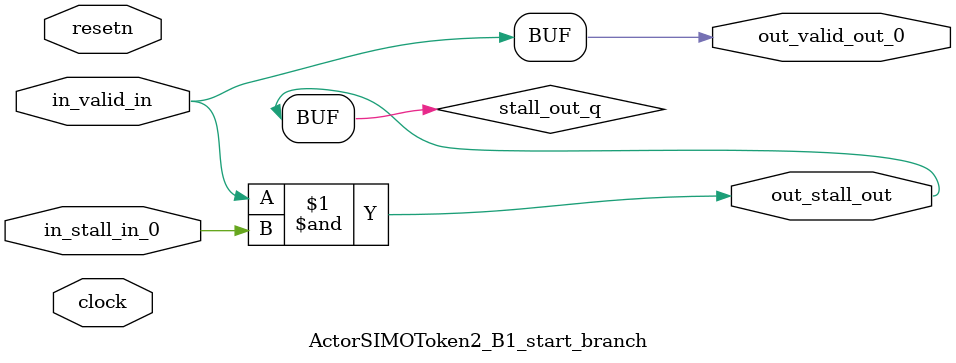
<source format=sv>



(* altera_attribute = "-name AUTO_SHIFT_REGISTER_RECOGNITION OFF; -name MESSAGE_DISABLE 10036; -name MESSAGE_DISABLE 10037; -name MESSAGE_DISABLE 14130; -name MESSAGE_DISABLE 14320; -name MESSAGE_DISABLE 15400; -name MESSAGE_DISABLE 14130; -name MESSAGE_DISABLE 10036; -name MESSAGE_DISABLE 12020; -name MESSAGE_DISABLE 12030; -name MESSAGE_DISABLE 12010; -name MESSAGE_DISABLE 12110; -name MESSAGE_DISABLE 14320; -name MESSAGE_DISABLE 13410; -name MESSAGE_DISABLE 113007; -name MESSAGE_DISABLE 10958" *)
module ActorSIMOToken2_B1_start_branch (
    input wire [0:0] in_stall_in_0,
    input wire [0:0] in_valid_in,
    output wire [0:0] out_stall_out,
    output wire [0:0] out_valid_out_0,
    input wire clock,
    input wire resetn
    );

    wire [0:0] stall_out_q;


    // stall_out(LOGICAL,6)
    assign stall_out_q = in_valid_in & in_stall_in_0;

    // out_stall_out(GPOUT,4)
    assign out_stall_out = stall_out_q;

    // out_valid_out_0(GPOUT,5)
    assign out_valid_out_0 = in_valid_in;

endmodule

</source>
